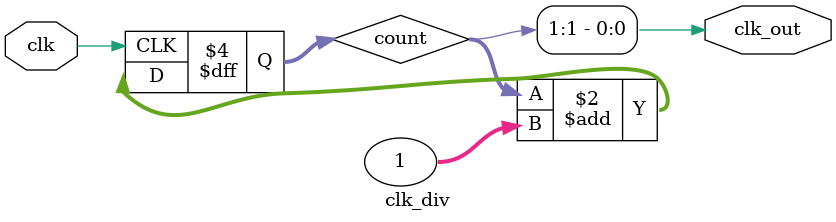
<source format=v>
`timescale 1ns / 1ps


module clk_div #(parameter DIV=1)
    (
        input clk,
        output clk_out 
    );
    
    reg [31:0] count = 32'h00000000;
    always @(posedge clk ) begin
        count <= count + 1;
    end
    assign clk_out = count[DIV];

endmodule

</source>
